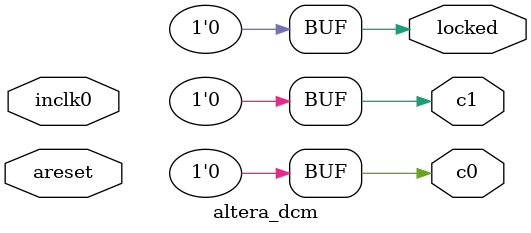
<source format=v>
module altera_dcm(	// file.cleaned.mlir:2:3
  input  areset,	// file.cleaned.mlir:2:28
         inclk0,	// file.cleaned.mlir:2:45
  output c0,	// file.cleaned.mlir:2:63
         c1,	// file.cleaned.mlir:2:76
         locked	// file.cleaned.mlir:2:89
);

  assign c0 = 1'h0;	// file.cleaned.mlir:3:14, :4:5
  assign c1 = 1'h0;	// file.cleaned.mlir:3:14, :4:5
  assign locked = 1'h0;	// file.cleaned.mlir:3:14, :4:5
endmodule


</source>
